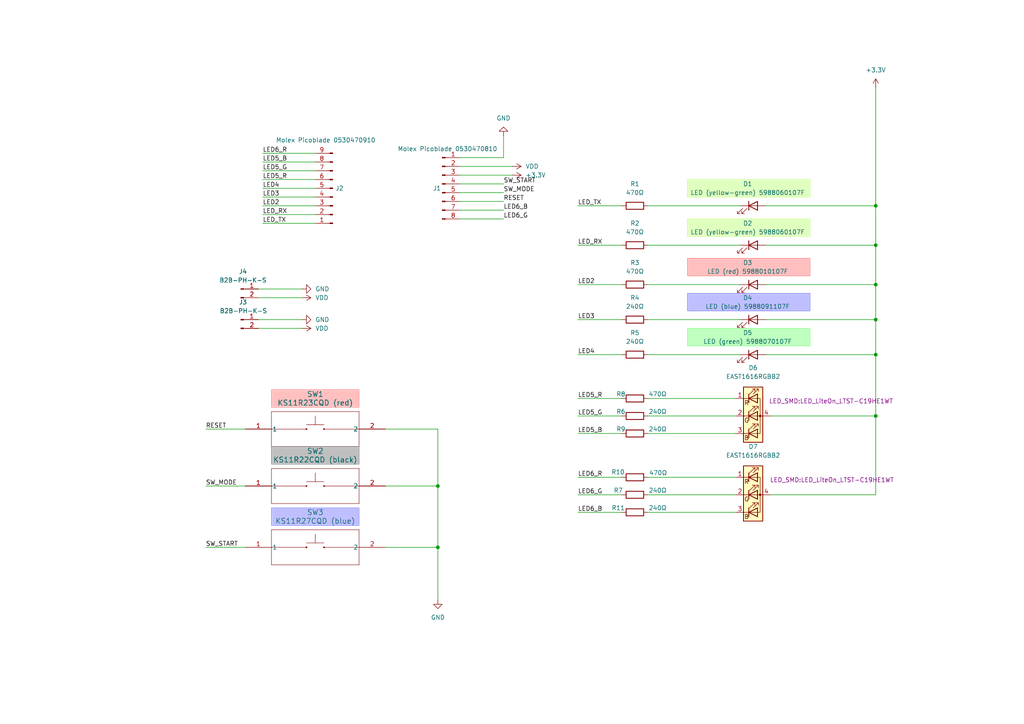
<source format=kicad_sch>
(kicad_sch (version 20231120) (generator "eeschema") (generator_version "8.0")
  (paper "A4")
  (lib_symbols
    (symbol "Connector:Conn_01x02_Pin" (pin_names (offset 1.016) hide)
      (property "Reference" "J" (at 0 2.54 0))
      (property "Value" "Conn_01x02_Pin" (at 0 -5.08 0))
      (symbol "Conn_01x02_Pin_1_1"
        (polyline (pts (xy 1.27 -2.54) (xy 0.8636 -2.54)) (stroke (width 0.1524)))
        (polyline (pts (xy 1.27 0) (xy 0.8636 0)) (stroke (width 0.1524)))
        (rectangle (start 0.8636 -2.413) (end 0 -2.667) (stroke (width 0.1524)) (fill (type outline)))
        (rectangle (start 0.8636 0.127) (end 0 -0.127) (stroke (width 0.1524)) (fill (type outline)))
        (pin passive line (at 5.08 0 180) (length 3.81) (name "Pin_1") (number "1"))
        (pin passive line (at 5.08 -2.54 180) (length 3.81) (name "Pin_2") (number "2"))
      )
    )
    (symbol "Connector:Conn_01x08_Pin" (pin_names (offset 1.016) hide)
      (property "Reference" "J" (at 0 10.16 0))
      (property "Value" "Conn_01x08_Pin" (at 0 -12.7 0))
      (symbol "Conn_01x08_Pin_1_1"
        (polyline (pts (xy 1.27 -10.16) (xy 0.8636 -10.16)) (stroke (width 0.1524)))
        (polyline (pts (xy 1.27 -7.62) (xy 0.8636 -7.62)) (stroke (width 0.1524)))
        (polyline (pts (xy 1.27 -5.08) (xy 0.8636 -5.08)) (stroke (width 0.1524)))
        (polyline (pts (xy 1.27 -2.54) (xy 0.8636 -2.54)) (stroke (width 0.1524)))
        (polyline (pts (xy 1.27 0) (xy 0.8636 0)) (stroke (width 0.1524)))
        (polyline (pts (xy 1.27 2.54) (xy 0.8636 2.54)) (stroke (width 0.1524)))
        (polyline (pts (xy 1.27 5.08) (xy 0.8636 5.08)) (stroke (width 0.1524)))
        (polyline (pts (xy 1.27 7.62) (xy 0.8636 7.62)) (stroke (width 0.1524)))
        (rectangle (start 0.8636 -10.033) (end 0 -10.287) (stroke (width 0.1524)) (fill (type outline)))
        (rectangle (start 0.8636 -7.493) (end 0 -7.747) (stroke (width 0.1524)) (fill (type outline)))
        (rectangle (start 0.8636 -4.953) (end 0 -5.207) (stroke (width 0.1524)) (fill (type outline)))
        (rectangle (start 0.8636 -2.413) (end 0 -2.667) (stroke (width 0.1524)) (fill (type outline)))
        (rectangle (start 0.8636 0.127) (end 0 -0.127) (stroke (width 0.1524)) (fill (type outline)))
        (rectangle (start 0.8636 2.667) (end 0 2.413) (stroke (width 0.1524)) (fill (type outline)))
        (rectangle (start 0.8636 5.207) (end 0 4.953) (stroke (width 0.1524)) (fill (type outline)))
        (rectangle (start 0.8636 7.747) (end 0 7.493) (stroke (width 0.1524)) (fill (type outline)))
        (pin passive line (at 5.08 7.62 180) (length 3.81) (name "Pin_1") (number "1"))
        (pin passive line (at 5.08 5.08 180) (length 3.81) (name "Pin_2") (number "2"))
        (pin passive line (at 5.08 2.54 180) (length 3.81) (name "Pin_3") (number "3"))
        (pin passive line (at 5.08 0 180) (length 3.81) (name "Pin_4") (number "4"))
        (pin passive line (at 5.08 -2.54 180) (length 3.81) (name "Pin_5") (number "5"))
        (pin passive line (at 5.08 -5.08 180) (length 3.81) (name "Pin_6") (number "6"))
        (pin passive line (at 5.08 -7.62 180) (length 3.81) (name "Pin_7") (number "7"))
        (pin passive line (at 5.08 -10.16 180) (length 3.81) (name "Pin_8") (number "8"))
      )
    )
    (symbol "Connector:Conn_01x09_Pin" (pin_names (offset 1.016) hide)
      (property "Reference" "J" (at 0 12.7 0))
      (property "Value" "Conn_01x09_Pin" (at 0 -12.7 0))
      (symbol "Conn_01x09_Pin_1_1"
        (polyline (pts (xy 1.27 -10.16) (xy 0.8636 -10.16)) (stroke (width 0.1524)))
        (polyline (pts (xy 1.27 -7.62) (xy 0.8636 -7.62)) (stroke (width 0.1524)))
        (polyline (pts (xy 1.27 -5.08) (xy 0.8636 -5.08)) (stroke (width 0.1524)))
        (polyline (pts (xy 1.27 -2.54) (xy 0.8636 -2.54)) (stroke (width 0.1524)))
        (polyline (pts (xy 1.27 0) (xy 0.8636 0)) (stroke (width 0.1524)))
        (polyline (pts (xy 1.27 2.54) (xy 0.8636 2.54)) (stroke (width 0.1524)))
        (polyline (pts (xy 1.27 5.08) (xy 0.8636 5.08)) (stroke (width 0.1524)))
        (polyline (pts (xy 1.27 7.62) (xy 0.8636 7.62)) (stroke (width 0.1524)))
        (polyline (pts (xy 1.27 10.16) (xy 0.8636 10.16)) (stroke (width 0.1524)))
        (rectangle (start 0.8636 -10.033) (end 0 -10.287) (stroke (width 0.1524)) (fill (type outline)))
        (rectangle (start 0.8636 -7.493) (end 0 -7.747) (stroke (width 0.1524)) (fill (type outline)))
        (rectangle (start 0.8636 -4.953) (end 0 -5.207) (stroke (width 0.1524)) (fill (type outline)))
        (rectangle (start 0.8636 -2.413) (end 0 -2.667) (stroke (width 0.1524)) (fill (type outline)))
        (rectangle (start 0.8636 0.127) (end 0 -0.127) (stroke (width 0.1524)) (fill (type outline)))
        (rectangle (start 0.8636 2.667) (end 0 2.413) (stroke (width 0.1524)) (fill (type outline)))
        (rectangle (start 0.8636 5.207) (end 0 4.953) (stroke (width 0.1524)) (fill (type outline)))
        (rectangle (start 0.8636 7.747) (end 0 7.493) (stroke (width 0.1524)) (fill (type outline)))
        (rectangle (start 0.8636 10.287) (end 0 10.033) (stroke (width 0.1524)) (fill (type outline)))
        (pin passive line (at 5.08 10.16 180) (length 3.81) (name "Pin_1") (number "1"))
        (pin passive line (at 5.08 7.62 180) (length 3.81) (name "Pin_2") (number "2"))
        (pin passive line (at 5.08 5.08 180) (length 3.81) (name "Pin_3") (number "3"))
        (pin passive line (at 5.08 2.54 180) (length 3.81) (name "Pin_4") (number "4"))
        (pin passive line (at 5.08 0 180) (length 3.81) (name "Pin_5") (number "5"))
        (pin passive line (at 5.08 -2.54 180) (length 3.81) (name "Pin_6") (number "6"))
        (pin passive line (at 5.08 -5.08 180) (length 3.81) (name "Pin_7") (number "7"))
        (pin passive line (at 5.08 -7.62 180) (length 3.81) (name "Pin_8") (number "8"))
        (pin passive line (at 5.08 -10.16 180) (length 3.81) (name "Pin_9") (number "9"))
      )
    )
    (symbol "Device:LED" (pin_numbers hide) (pin_names (offset 1.016) hide)
      (property "Reference" "D" (at 0 2.54 0))
      (property "Value" "LED" (at 0 -2.54 0))
      (symbol "LED_0_1"
        (polyline (pts (xy -1.27 -1.27) (xy -1.27 1.27)) (stroke (width 0.254)))
        (polyline (pts (xy -1.27 0) (xy 1.27 0)))
        (polyline (pts (xy 1.27 -1.27) (xy 1.27 1.27) (xy -1.27 0) (xy 1.27 -1.27)) (stroke (width 0.254)))
        (polyline (pts (xy -3.048 -0.762) (xy -4.572 -2.286) (xy -3.81 -2.286) (xy -4.572 -2.286) (xy -4.572 -1.524)))
        (polyline (pts (xy -1.778 -0.762) (xy -3.302 -2.286) (xy -2.54 -2.286) (xy -3.302 -2.286) (xy -3.302 -1.524)))
      )
      (symbol "LED_1_1"
        (pin passive line (at -3.81 0 0) (length 2.54) (name "K") (number "1"))
        (pin passive line (at 3.81 0 180) (length 2.54) (name "A") (number "2"))
      )
    )
    (symbol "Device:LED_RGBA" (pin_names (offset 0) hide)
      (property "Reference" "D" (at 0 9.398 0))
      (property "Value" "LED_RGBA" (at 0 -8.89 0))
      (symbol "LED_RGBA_0_0"
        (text "B" (at -1.905 -6.35 0) (effects (font (size 1.27 1.27))))
        (text "G" (at -1.905 -1.27 0) (effects (font (size 1.27 1.27))))
        (text "R" (at -1.905 3.81 0) (effects (font (size 1.27 1.27))))
      )
      (symbol "LED_RGBA_0_1"
        (polyline (pts (xy -1.27 -5.08) (xy -2.54 -5.08)))
        (polyline (pts (xy -1.27 -5.08) (xy 1.27 -5.08)))
        (polyline (pts (xy -1.27 -3.81) (xy -1.27 -6.35)) (stroke (width 0.254)))
        (polyline (pts (xy -1.27 0) (xy -2.54 0)))
        (polyline (pts (xy -1.27 1.27) (xy -1.27 -1.27)) (stroke (width 0.254)))
        (polyline (pts (xy -1.27 5.08) (xy -2.54 5.08)))
        (polyline (pts (xy -1.27 5.08) (xy 1.27 5.08)))
        (polyline (pts (xy -1.27 6.35) (xy -1.27 3.81)) (stroke (width 0.254)))
        (polyline (pts (xy 1.27 0) (xy -1.27 0)))
        (polyline (pts (xy 1.27 0) (xy 2.54 0)))
        (polyline (pts (xy -1.27 1.27) (xy -1.27 -1.27) (xy -1.27 -1.27)))
        (polyline (pts (xy -1.27 6.35) (xy -1.27 3.81) (xy -1.27 3.81)))
        (polyline (pts (xy 1.27 -5.08) (xy 2.032 -5.08) (xy 2.032 5.08) (xy 1.27 5.08)))
        (polyline (pts (xy 1.27 -3.81) (xy 1.27 -6.35) (xy -1.27 -5.08) (xy 1.27 -3.81)) (stroke (width 0.254)))
        (polyline (pts (xy 1.27 1.27) (xy 1.27 -1.27) (xy -1.27 0) (xy 1.27 1.27)) (stroke (width 0.254)))
        (polyline (pts (xy 1.27 6.35) (xy 1.27 3.81) (xy -1.27 5.08) (xy 1.27 6.35)) (stroke (width 0.254)))
        (polyline (pts (xy -1.016 -3.81) (xy 0.508 -2.286) (xy -0.254 -2.286) (xy 0.508 -2.286) (xy 0.508 -3.048)))
        (polyline (pts (xy -1.016 1.27) (xy 0.508 2.794) (xy -0.254 2.794) (xy 0.508 2.794) (xy 0.508 2.032)))
        (polyline (pts (xy -1.016 6.35) (xy 0.508 7.874) (xy -0.254 7.874) (xy 0.508 7.874) (xy 0.508 7.112)))
        (polyline (pts (xy 0 -3.81) (xy 1.524 -2.286) (xy 0.762 -2.286) (xy 1.524 -2.286) (xy 1.524 -3.048)))
        (polyline (pts (xy 0 1.27) (xy 1.524 2.794) (xy 0.762 2.794) (xy 1.524 2.794) (xy 1.524 2.032)))
        (polyline (pts (xy 0 6.35) (xy 1.524 7.874) (xy 0.762 7.874) (xy 1.524 7.874) (xy 1.524 7.112)))
        (rectangle (start 1.27 -1.27) (end 1.27 1.27))
        (rectangle (start 1.27 1.27) (end 1.27 1.27))
        (rectangle (start 1.27 3.81) (end 1.27 6.35))
        (rectangle (start 1.27 6.35) (end 1.27 6.35))
        (circle (center 2.032 0) (radius 0.254) (fill (type outline)))
        (rectangle (start 2.794 8.382) (end -2.794 -7.62) (stroke (width 0.254)) (fill (type background)))
      )
      (symbol "LED_RGBA_1_1"
        (pin passive line (at -5.08 5.08 0) (length 2.54) (name "RK") (number "1"))
        (pin passive line (at -5.08 0 0) (length 2.54) (name "GK") (number "2"))
        (pin passive line (at -5.08 -5.08 0) (length 2.54) (name "BK") (number "3"))
        (pin passive line (at 5.08 0 180) (length 2.54) (name "A") (number "4"))
      )
    )
    (symbol "Device:R" (pin_numbers hide) (pin_names (offset 0))
      (property "Reference" "R" (at 2.032 0 90))
      (property "Value" "R" (at 0 0 90))
      (symbol "R_0_1"
        (rectangle (start -1.016 -2.54) (end 1.016 2.54) (stroke (width 0.254)))
      )
      (symbol "R_1_1"
        (pin passive line (at 0 3.81 270) (length 1.27) (name "~") (number "1"))
        (pin passive line (at 0 -3.81 90) (length 1.27) (name "~") (number "2"))
      )
    )
    (symbol "KS11_CNK:KS11R23CQD" (pin_names (offset 0.254))
      (property "Reference" "SW" (at 20.32 10.16 0))
      (property "Value" "KS11R23CQD" (at 20.32 7.62 0))
      (symbol "KS11R23CQD_0_1"
        (polyline (pts (xy 7.62 -5.08) (xy 33.02 -5.08)) (stroke (width 0.127)))
        (polyline (pts (xy 7.62 0) (xy 17.78 0)) (stroke (width 0.127)))
        (polyline (pts (xy 7.62 5.08) (xy 7.62 -5.08)) (stroke (width 0.127)))
        (polyline (pts (xy 17.78 1.27) (xy 22.86 1.27)) (stroke (width 0.127)))
        (polyline (pts (xy 20.32 1.27) (xy 20.32 3.81)) (stroke (width 0.127)))
        (polyline (pts (xy 22.86 0) (xy 33.02 0)) (stroke (width 0.127)))
        (polyline (pts (xy 33.02 -5.08) (xy 33.02 5.08)) (stroke (width 0.127)))
        (polyline (pts (xy 33.02 5.08) (xy 7.62 5.08)) (stroke (width 0.127)))
        (circle (center 17.78 0) (radius 0.127) (stroke (width 0.254)))
        (circle (center 22.86 0) (radius 0.127) (stroke (width 0.254)))
        (pin unspecified line (at 0 0 0) (length 7.62) (name "1") (number "1"))
        (pin unspecified line (at 40.64 0 180) (length 7.62) (name "2") (number "2"))
      )
    )
    (symbol "power:+3.3V" (power) (pin_numbers hide) (pin_names (offset 0) hide)
      (property "Value" "+3.3V" (at 0 3.556 0))
      (symbol "+3.3V_0_1"
        (polyline (pts (xy -0.762 1.27) (xy 0 2.54)))
        (polyline (pts (xy 0 0) (xy 0 2.54)))
        (polyline (pts (xy 0 2.54) (xy 0.762 1.27)))
      )
      (symbol "+3.3V_1_1"
        (pin power_in line (at 0 0 90) (length 0) (name "~") (number "1"))
      )
    )
    (symbol "power:GND" (power) (pin_numbers hide) (pin_names (offset 0) hide)
      (property "Value" "GND" (at 0 -3.81 0))
      (symbol "GND_0_1"
        (polyline (pts (xy 0 0) (xy 0 -1.27) (xy 1.27 -1.27) (xy 0 -2.54) (xy -1.27 -1.27) (xy 0 -1.27)))
      )
      (symbol "GND_1_1"
        (pin power_in line (at 0 0 270) (length 0) (name "~") (number "1"))
      )
    )
    (symbol "power:VDD" (power) (pin_numbers hide) (pin_names (offset 0) hide)
      (property "Value" "VDD" (at 0 3.556 0))
      (symbol "VDD_0_1"
        (polyline (pts (xy -0.762 1.27) (xy 0 2.54)))
        (polyline (pts (xy 0 0) (xy 0 2.54)))
        (polyline (pts (xy 0 2.54) (xy 0.762 1.27)))
      )
      (symbol "VDD_1_1"
        (pin power_in line (at 0 0 90) (length 0) (name "~") (number "1"))
      )
    )
  )
  (junction (at 254 120.65))
  (junction (at 254 82.55))
  (junction (at 254 59.69))
  (junction (at 254 102.87))
  (junction (at 254 92.71))
  (junction (at 127 158.75))
  (junction (at 127 140.97))
  (junction (at 254 71.12))
  (wire (pts (xy 167.64 148.59) (xy 180.34 148.59)))
  (wire (pts (xy 76.2 62.23) (xy 91.44 62.23)))
  (wire (pts (xy 222.25 59.69) (xy 254 59.69)))
  (wire (pts (xy 222.25 102.87) (xy 254 102.87)))
  (wire (pts (xy 127 140.97) (xy 127 158.75)))
  (wire (pts (xy 167.64 120.65) (xy 180.34 120.65)))
  (wire (pts (xy 74.93 95.25) (xy 87.63 95.25)))
  (wire (pts (xy 133.35 55.88) (xy 146.05 55.88)))
  (wire (pts (xy 167.64 71.12) (xy 180.34 71.12)))
  (wire (pts (xy 223.52 120.65) (xy 254 120.65)))
  (wire (pts (xy 254 120.65) (xy 254 102.87)))
  (wire (pts (xy 76.2 57.15) (xy 91.44 57.15)))
  (wire (pts (xy 254 25.4) (xy 254 59.69)))
  (wire (pts (xy 187.96 143.51) (xy 213.36 143.51)))
  (wire (pts (xy 254 59.69) (xy 254 71.12)))
  (wire (pts (xy 254 71.12) (xy 254 82.55)))
  (wire (pts (xy 59.69 158.75) (xy 71.12 158.75)))
  (wire (pts (xy 167.64 92.71) (xy 180.34 92.71)))
  (wire (pts (xy 133.35 48.26) (xy 148.59 48.26)))
  (wire (pts (xy 146.05 39.37) (xy 146.05 45.72)))
  (wire (pts (xy 223.52 143.51) (xy 254 143.51)))
  (wire (pts (xy 74.93 86.36) (xy 87.63 86.36)))
  (wire (pts (xy 167.64 59.69) (xy 180.34 59.69)))
  (wire (pts (xy 74.93 92.71) (xy 87.63 92.71)))
  (wire (pts (xy 167.64 82.55) (xy 180.34 82.55)))
  (wire (pts (xy 76.2 49.53) (xy 91.44 49.53)))
  (wire (pts (xy 74.93 83.82) (xy 87.63 83.82)))
  (wire (pts (xy 254 82.55) (xy 254 92.71)))
  (wire (pts (xy 127 124.46) (xy 127 140.97)))
  (wire (pts (xy 167.64 115.57) (xy 180.34 115.57)))
  (wire (pts (xy 59.69 124.46) (xy 71.12 124.46)))
  (wire (pts (xy 133.35 45.72) (xy 146.05 45.72)))
  (wire (pts (xy 76.2 46.99) (xy 91.44 46.99)))
  (wire (pts (xy 222.25 71.12) (xy 254 71.12)))
  (wire (pts (xy 111.76 140.97) (xy 127 140.97)))
  (wire (pts (xy 222.25 82.55) (xy 254 82.55)))
  (wire (pts (xy 187.96 82.55) (xy 214.63 82.55)))
  (wire (pts (xy 76.2 59.69) (xy 91.44 59.69)))
  (wire (pts (xy 76.2 52.07) (xy 91.44 52.07)))
  (wire (pts (xy 133.35 63.5) (xy 146.05 63.5)))
  (wire (pts (xy 167.64 143.51) (xy 180.34 143.51)))
  (wire (pts (xy 222.25 92.71) (xy 254 92.71)))
  (wire (pts (xy 133.35 50.8) (xy 148.59 50.8)))
  (wire (pts (xy 111.76 124.46) (xy 127 124.46)))
  (wire (pts (xy 187.96 102.87) (xy 214.63 102.87)))
  (wire (pts (xy 76.2 64.77) (xy 91.44 64.77)))
  (wire (pts (xy 187.96 59.69) (xy 214.63 59.69)))
  (wire (pts (xy 187.96 92.71) (xy 214.63 92.71)))
  (wire (pts (xy 187.96 125.73) (xy 213.36 125.73)))
  (wire (pts (xy 167.64 102.87) (xy 180.34 102.87)))
  (wire (pts (xy 187.96 120.65) (xy 213.36 120.65)))
  (wire (pts (xy 133.35 60.96) (xy 146.05 60.96)))
  (wire (pts (xy 59.69 140.97) (xy 71.12 140.97)))
  (wire (pts (xy 127 158.75) (xy 127 173.99)))
  (wire (pts (xy 133.35 53.34) (xy 146.05 53.34)))
  (wire (pts (xy 76.2 54.61) (xy 91.44 54.61)))
  (wire (pts (xy 187.96 115.57) (xy 213.36 115.57)))
  (wire (pts (xy 111.76 158.75) (xy 127 158.75)))
  (wire (pts (xy 167.64 125.73) (xy 180.34 125.73)))
  (wire (pts (xy 167.64 138.43) (xy 180.34 138.43)))
  (wire (pts (xy 187.96 148.59) (xy 213.36 148.59)))
  (wire (pts (xy 133.35 58.42) (xy 146.05 58.42)))
  (wire (pts (xy 254 102.87) (xy 254 92.71)))
  (wire (pts (xy 187.96 71.12) (xy 214.63 71.12)))
  (wire (pts (xy 187.96 138.43) (xy 213.36 138.43)))
  (wire (pts (xy 76.2 44.45) (xy 91.44 44.45)))
  (wire (pts (xy 254 143.51) (xy 254 120.65)))
  (rectangle (start 78.74 129.54) (end 104.14 134.62) (stroke (width 0) (color 128 128 128 1)) (fill (type color) (color 191 191 191 1)))
  (rectangle (start 199.39 63.5) (end 234.95 68.58) (stroke (width 0) (color 192 255 128 1)) (fill (type color) (color 223 255 191 1)))
  (rectangle (start 199.39 74.93) (end 234.95 80.01) (stroke (width 0) (color 255 128 128 1)) (fill (type color) (color 255 191 191 1)))
  (rectangle (start 78.74 147.32) (end 104.14 152.4) (stroke (width 0) (color 128 128 255 1)) (fill (type color) (color 191 191 255 1)))
  (rectangle (start 199.39 85.09) (end 234.95 90.17) (stroke (width 0) (color 128 128 255 1)) (fill (type color) (color 191 191 255 1)))
  (rectangle (start 199.39 95.25) (end 234.95 100.33) (stroke (width 0) (color 128 255 128 1)) (fill (type color) (color 191 255 191 1)))
  (rectangle (start 199.39 52.07) (end 234.95 57.15) (stroke (width 0) (color 192 255 128 1)) (fill (type color) (color 223 255 191 1)))
  (rectangle (start 78.74 113.03) (end 104.14 118.11) (stroke (width 0) (color 255 128 128 1)) (fill (type color) (color 255 191 191 1)))
  (label "LED6_R" (at 167.64 138.43 0))
  (label "SW_MODE" (at 146.05 55.88 0))
  (label "LED6_G" (at 146.05 63.5 0))
  (label "RESET" (at 59.69 124.46 0))
  (label "LED_RX" (at 76.2 62.23 0))
  (label "SW_MODE" (at 59.69 140.97 0))
  (label "LED3" (at 167.64 92.71 0))
  (label "LED5_G" (at 167.64 120.65 0))
  (label "LED_TX" (at 76.2 64.77 0))
  (label "LED6_B" (at 167.64 148.59 0))
  (label "LED4" (at 76.2 54.61 0))
  (label "LED2" (at 76.2 59.69 0))
  (label "LED_TX" (at 167.64 59.69 0))
  (label "SW_START" (at 146.05 53.34 0))
  (label "LED5_R" (at 167.64 115.57 0))
  (label "LED6_B" (at 146.05 60.96 0))
  (label "LED5_R" (at 76.2 52.07 0))
  (label "LED5_B" (at 167.64 125.73 0))
  (label "LED4" (at 167.64 102.87 0))
  (label "LED6_R" (at 76.2 44.45 0))
  (label "LED3" (at 76.2 57.15 0))
  (label "LED6_G" (at 167.64 143.51 0))
  (label "RESET" (at 146.05 58.42 0))
  (label "LED_RX" (at 167.64 71.12 0))
  (label "SW_START" (at 59.69 158.75 0))
  (label "LED5_G" (at 76.2 49.53 0))
  (label "LED5_B" (at 76.2 46.99 0))
  (label "LED2" (at 167.64 82.55 0))
  (symbol (lib_id "power:VDD") (at 148.59 48.26 270) (unit 1)
    (property "Reference" "#PWR02" (effects (hide yes)))
    (property "Value" "VDD" (at 152.4 48.2599 90) (effects (justify left)))
    (property "Description" "Power symbol creates a global label with name \"VDD\"" (effects (hide yes)))
  )
  (symbol (lib_id "power:VDD") (at 87.63 86.36 270) (unit 1)
    (property "Reference" "#PWR05" (effects (hide yes)))
    (property "Value" "VDD" (at 91.44 86.3599 90) (effects (justify left)))
    (property "Description" "Power symbol creates a global label with name \"VDD\"" (effects (hide yes)))
  )
  (symbol (lib_id "power:GND") (at 127 173.99 0) (unit 1)
    (property "Reference" "#PWR09" (effects (hide yes)))
    (property "Value" "GND" (at 127 179.07 0))
    (property "Description" "Power symbol creates a global label with name \"GND\" , ground" (effects (hide yes)))
  )
  (symbol (lib_id "Device:LED") (at 218.44 102.87 0) (unit 1)
    (property "Reference" "D5" (at 216.8525 96.52 0))
    (property "Value" "LED (green) 5988070107F" (at 216.8525 99.06 0))
    (property "Footprint" "LED_SMD:LED_0603_1608Metric" (effects (hide yes)))
    (property "Datasheet" "https://s3-us-west-2.amazonaws.com/catsy.557/Dialight_CBI_data_598-0603_Apr2018.pdf" (effects (hide yes)))
    (property "Description" "Light emitting diode" (effects (hide yes)))
  )
  (symbol (lib_id "Device:R") (at 184.15 138.43 90) (unit 1)
    (property "Reference" "R10" (at 177.292 136.906 90) (effects (justify right)))
    (property "Value" "470Ω" (at 193.548 137.16 90) (effects (justify left)))
    (property "Footprint" "Resistor_SMD:R_0603_1608Metric" (effects (hide yes)))
    (property "Description" "Resistor" (effects (hide yes)))
  )
  (symbol (lib_id "KS11_CNK:KS11R23CQD") (at 71.12 140.97 0) (unit 1)
    (property "Reference" "SW2" (at 91.44 130.81 0) (effects (font (size 1.524 1.524))))
    (property "Value" "KS11R22CQD (black)" (at 91.44 133.35 0) (effects (font (size 1.524 1.524))))
    (property "Footprint" "KS11_CNK" (effects (hide yes)))
    (property "Datasheet" "KS11R23CQD" (effects (hide yes)))
  )
  (symbol (lib_id "Device:R") (at 184.15 71.12 90) (unit 1)
    (property "Reference" "R2" (at 184.15 64.77 90))
    (property "Value" "470Ω" (at 184.15 67.31 90))
    (property "Footprint" "Resistor_SMD:R_0603_1608Metric" (effects (hide yes)))
    (property "Description" "Resistor" (effects (hide yes)))
  )
  (symbol (lib_id "KS11_CNK:KS11R23CQD") (at 71.12 158.75 0) (unit 1)
    (property "Reference" "SW3" (at 91.44 148.59 0) (effects (font (size 1.524 1.524))))
    (property "Value" "KS11R27CQD (blue)" (at 91.44 151.13 0) (effects (font (size 1.524 1.524))))
    (property "Footprint" "KS11_CNK" (effects (hide yes)))
    (property "Datasheet" "KS11R23CQD" (effects (hide yes)))
  )
  (symbol (lib_id "Device:LED") (at 218.44 59.69 0) (unit 1)
    (property "Reference" "D1" (at 216.8525 53.34 0))
    (property "Value" "LED (yellow-green) 5988060107F" (at 216.8525 55.88 0))
    (property "Footprint" "LED_SMD:LED_0603_1608Metric" (effects (hide yes)))
    (property "Datasheet" "https://s3-us-west-2.amazonaws.com/catsy.557/Dialight_CBI_data_598-0603_Apr2018.pdf" (effects (hide yes)))
    (property "Description" "Light emitting diode" (effects (hide yes)))
  )
  (symbol (lib_id "Device:LED") (at 218.44 71.12 0) (unit 1)
    (property "Reference" "D2" (at 216.8525 64.77 0))
    (property "Value" "LED (yellow-green) 5988060107F" (at 216.8525 67.31 0))
    (property "Footprint" "LED_SMD:LED_0603_1608Metric" (effects (hide yes)))
    (property "Datasheet" "https://s3-us-west-2.amazonaws.com/catsy.557/Dialight_CBI_data_598-0603_Apr2018.pdf" (effects (hide yes)))
    (property "Description" "Light emitting diode" (effects (hide yes)))
  )
  (symbol (lib_id "Device:LED") (at 218.44 82.55 0) (unit 1)
    (property "Reference" "D3" (at 216.8525 76.2 0))
    (property "Value" "LED (red) 5988010107F" (at 216.8525 78.74 0))
    (property "Footprint" "LED_SMD:LED_0603_1608Metric" (effects (hide yes)))
    (property "Datasheet" "https://s3-us-west-2.amazonaws.com/catsy.557/Dialight_CBI_data_598-0603_Apr2018.pdf" (effects (hide yes)))
    (property "Description" "Light emitting diode" (effects (hide yes)))
  )
  (symbol (lib_id "Device:R") (at 184.15 125.73 90) (unit 1)
    (property "Reference" "R9" (at 180.086 124.46 90))
    (property "Value" "240Ω" (at 190.754 124.46 90))
    (property "Footprint" "Resistor_SMD:R_0603_1608Metric" (effects (hide yes)))
    (property "Description" "Resistor" (effects (hide yes)))
  )
  (symbol (lib_id "Device:LED") (at 218.44 92.71 0) (unit 1)
    (property "Reference" "D4" (at 216.8525 86.36 0))
    (property "Value" "LED (blue) 5988091107F" (at 216.8525 88.9 0))
    (property "Footprint" "LED_SMD:LED_0603_1608Metric" (effects (hide yes)))
    (property "Datasheet" "https://s3-us-west-2.amazonaws.com/catsy.557/Dialight_CBI_data_598-0603_Apr2018.pdf" (effects (hide yes)))
    (property "Description" "Light emitting diode" (effects (hide yes)))
  )
  (symbol (lib_id "power:+3.3V") (at 148.59 50.8 270) (unit 1)
    (property "Reference" "#PWR04" (effects (hide yes)))
    (property "Value" "+3.3V" (at 152.4 50.7999 90) (effects (justify left)))
    (property "Description" "Power symbol creates a global label with name \"+3.3V\"" (effects (hide yes)))
  )
  (symbol (lib_id "Connector:Conn_01x02_Pin") (at 69.85 92.71 0) (unit 1)
    (property "Reference" "J3" (at 70.485 87.63 0))
    (property "Value" "B2B-PH-K-S" (at 70.612 90.17 0))
    (property "Footprint" "Connector_JST:JST_PH_B2B-PH-K_1x02_P2.00mm_Vertical" (effects (hide yes)))
    (property "Datasheet" "https://www.jst-mfg.com/product/pdf/eng/ePH.pdf" (effects (hide yes)))
    (property "Description" "Generic connector, single row, 01x02, script generated" (effects (hide yes)))
  )
  (symbol (lib_id "Device:R") (at 184.15 148.59 90) (unit 1)
    (property "Reference" "R11" (at 179.324 147.32 90))
    (property "Value" "240Ω" (at 190.754 147.32 90))
    (property "Footprint" "Resistor_SMD:R_0603_1608Metric" (effects (hide yes)))
    (property "Description" "Resistor" (effects (hide yes)))
  )
  (symbol (lib_id "Device:R") (at 184.15 82.55 90) (unit 1)
    (property "Reference" "R3" (at 184.15 76.2 90))
    (property "Value" "470Ω" (at 184.15 78.74 90))
    (property "Footprint" "Resistor_SMD:R_0603_1608Metric" (effects (hide yes)))
    (property "Description" "Resistor" (effects (hide yes)))
  )
  (symbol (lib_id "Device:LED_RGBA") (at 218.44 143.51 0) (unit 1)
    (property "Reference" "D7" (at 218.44 129.54 0))
    (property "Value" "EAST1616RGBB2" (at 218.44 132.08 0))
    (property "Footprint" "LED_SMD:LED_LiteOn_LTST-C19HE1WT" (at 241.3 139.192 0))
    (property "Description" "RGB LED, red/green/blue/anode" (effects (hide yes)))
  )
  (symbol (lib_id "Device:R") (at 184.15 143.51 90) (unit 1)
    (property "Reference" "R7" (at 179.324 142.24 90))
    (property "Value" "240Ω" (at 190.754 142.24 90))
    (property "Footprint" "Resistor_SMD:R_0603_1608Metric" (effects (hide yes)))
    (property "Description" "Resistor" (effects (hide yes)))
  )
  (symbol (lib_id "Device:R") (at 184.15 120.65 90) (unit 1)
    (property "Reference" "R6" (at 180.086 119.38 90))
    (property "Value" "240Ω" (at 190.754 119.38 90))
    (property "Footprint" "Resistor_SMD:R_0603_1608Metric" (effects (hide yes)))
    (property "Description" "Resistor" (effects (hide yes)))
  )
  (symbol (lib_id "Device:R") (at 184.15 102.87 90) (unit 1)
    (property "Reference" "R5" (at 184.15 96.52 90))
    (property "Value" "240Ω" (at 184.15 99.06 90))
    (property "Footprint" "Resistor_SMD:R_0603_1608Metric" (effects (hide yes)))
    (property "Description" "Resistor" (effects (hide yes)))
  )
  (symbol (lib_id "Device:R") (at 184.15 92.71 90) (unit 1)
    (property "Reference" "R4" (at 184.15 86.36 90))
    (property "Value" "240Ω" (at 184.15 88.9 90))
    (property "Footprint" "Resistor_SMD:R_0603_1608Metric" (effects (hide yes)))
    (property "Description" "Resistor" (effects (hide yes)))
  )
  (symbol (lib_id "Connector:Conn_01x08_Pin") (at 128.27 53.34 0) (unit 1)
    (property "Reference" "J1" (at 126.746 54.61 0))
    (property "Value" "Molex Picoblade 0530470810" (at 129.794 43.18 0))
    (property "Footprint" "Connector_Molex:Molex_PicoBlade_53047-0810_1x08_P1.25mm_Vertical" (effects (hide yes)))
    (property "Datasheet" "https://www.molex.com/content/dam/molex/molex-dot-com/products/automated/en-us/salesdrawingpdf/530/53047/530470810_sd.pdf?inline" (effects (hide yes)))
    (property "Description" "Generic connector, single row, 01x08, script generated" (effects (hide yes)))
  )
  (symbol (lib_id "power:VDD") (at 87.63 95.25 270) (unit 1)
    (property "Reference" "#PWR06" (effects (hide yes)))
    (property "Value" "VDD" (at 91.44 95.2499 90) (effects (justify left)))
    (property "Description" "Power symbol creates a global label with name \"VDD\"" (effects (hide yes)))
  )
  (symbol (lib_id "Device:LED_RGBA") (at 218.44 120.65 0) (unit 1)
    (property "Reference" "D6" (at 218.44 106.68 0))
    (property "Value" "EAST1616RGBB2" (at 218.44 109.22 0))
    (property "Footprint" "LED_SMD:LED_LiteOn_LTST-C19HE1WT" (at 241.046 116.332 0))
    (property "Description" "RGB LED, red/green/blue/anode" (effects (hide yes)))
  )
  (symbol (lib_id "Connector:Conn_01x09_Pin") (at 96.52 54.61 180) (unit 1)
    (property "Reference" "J2" (at 97.282 54.61 0) (effects (justify right)))
    (property "Value" "Molex Picoblade 0530470910" (at 80.01 40.64 0) (effects (justify right)))
    (property "Footprint" "Connector_Molex:Molex_PicoBlade_53047-0910_1x09_P1.25mm_Vertical" (effects (hide yes)))
    (property "Datasheet" "https://www.molex.com/content/dam/molex/molex-dot-com/products/automated/en-us/salesdrawingpdf/530/53047/530470910_sd.pdf?inline" (effects (hide yes)))
    (property "Description" "Generic connector, single row, 01x09, script generated" (effects (hide yes)))
  )
  (symbol (lib_id "Connector:Conn_01x02_Pin") (at 69.85 83.82 0) (unit 1)
    (property "Reference" "J4" (at 70.485 78.74 0))
    (property "Value" "B2B-PH-K-S" (at 70.485 81.28 0))
    (property "Footprint" "Connector_JST:JST_PH_B2B-PH-K_1x02_P2.00mm_Vertical" (effects (hide yes)))
    (property "Datasheet" "https://www.jst-mfg.com/product/pdf/eng/ePH.pdf" (effects (hide yes)))
    (property "Description" "Generic connector, single row, 01x02, script generated" (effects (hide yes)))
  )
  (symbol (lib_id "KS11_CNK:KS11R23CQD") (at 71.12 124.46 0) (unit 1)
    (property "Reference" "SW1" (at 91.44 114.3 0) (effects (font (size 1.524 1.524))))
    (property "Value" "KS11R23CQD (red)" (at 91.44 116.84 0) (effects (font (size 1.524 1.524))))
    (property "Footprint" "KS11_CNK" (effects (hide yes)))
    (property "Datasheet" "KS11R23CQD" (effects (hide yes)))
  )
  (symbol (lib_id "power:GND") (at 146.05 39.37 180) (unit 1)
    (property "Reference" "#PWR01" (effects (hide yes)))
    (property "Value" "GND" (at 146.05 34.29 0))
    (property "Description" "Power symbol creates a global label with name \"GND\" , ground" (effects (hide yes)))
  )
  (symbol (lib_id "Device:R") (at 184.15 115.57 90) (unit 1)
    (property "Reference" "R8" (at 180.086 114.3 90))
    (property "Value" "470Ω" (at 190.754 114.3 90))
    (property "Footprint" "Resistor_SMD:R_0603_1608Metric" (effects (hide yes)))
    (property "Description" "Resistor" (effects (hide yes)))
  )
  (symbol (lib_id "power:GND") (at 87.63 83.82 90) (unit 1)
    (property "Reference" "#PWR07" (effects (hide yes)))
    (property "Value" "GND" (at 91.44 83.8199 90) (effects (justify right)))
    (property "Description" "Power symbol creates a global label with name \"GND\" , ground" (effects (hide yes)))
  )
  (symbol (lib_id "Device:R") (at 184.15 59.69 90) (unit 1)
    (property "Reference" "R1" (at 184.15 53.34 90))
    (property "Value" "470Ω" (at 184.15 55.88 90))
    (property "Footprint" "Resistor_SMD:R_0603_1608Metric" (effects (hide yes)))
    (property "Description" "Resistor" (effects (hide yes)))
  )
  (symbol (lib_id "power:GND") (at 87.63 92.71 90) (unit 1)
    (property "Reference" "#PWR08" (effects (hide yes)))
    (property "Value" "GND" (at 91.44 92.7099 90) (effects (justify right)))
    (property "Description" "Power symbol creates a global label with name \"GND\" , ground" (effects (hide yes)))
  )
  (symbol (lib_id "power:+3.3V") (at 254 25.4 0) (unit 1)
    (property "Reference" "#PWR03" (effects (hide yes)))
    (property "Value" "+3.3V" (at 254 20.32 0))
    (property "Description" "Power symbol creates a global label with name \"+3.3V\"" (effects (hide yes)))
  )
)
</source>
